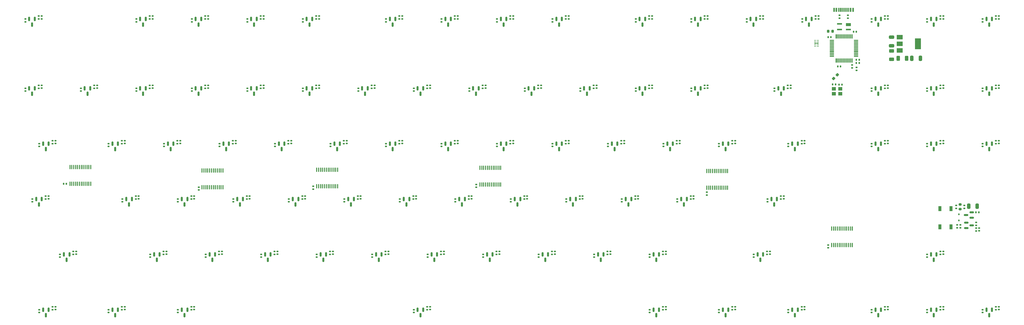
<source format=gbr>
%TF.GenerationSoftware,KiCad,Pcbnew,7.0.6*%
%TF.CreationDate,2024-01-08T21:04:37+01:00*%
%TF.ProjectId,KBD8X-MKII-HE,4b424438-582d-44d4-9b49-492d48452e6b,rev?*%
%TF.SameCoordinates,Original*%
%TF.FileFunction,Paste,Bot*%
%TF.FilePolarity,Positive*%
%FSLAX46Y46*%
G04 Gerber Fmt 4.6, Leading zero omitted, Abs format (unit mm)*
G04 Created by KiCad (PCBNEW 7.0.6) date 2024-01-08 21:04:37*
%MOMM*%
%LPD*%
G01*
G04 APERTURE LIST*
G04 Aperture macros list*
%AMRoundRect*
0 Rectangle with rounded corners*
0 $1 Rounding radius*
0 $2 $3 $4 $5 $6 $7 $8 $9 X,Y pos of 4 corners*
0 Add a 4 corners polygon primitive as box body*
4,1,4,$2,$3,$4,$5,$6,$7,$8,$9,$2,$3,0*
0 Add four circle primitives for the rounded corners*
1,1,$1+$1,$2,$3*
1,1,$1+$1,$4,$5*
1,1,$1+$1,$6,$7*
1,1,$1+$1,$8,$9*
0 Add four rect primitives between the rounded corners*
20,1,$1+$1,$2,$3,$4,$5,0*
20,1,$1+$1,$4,$5,$6,$7,0*
20,1,$1+$1,$6,$7,$8,$9,0*
20,1,$1+$1,$8,$9,$2,$3,0*%
G04 Aperture macros list end*
%ADD10R,1.700000X1.000000*%
%ADD11R,1.700000X0.600000*%
%ADD12RoundRect,0.150000X-0.150000X0.587500X-0.150000X-0.587500X0.150000X-0.587500X0.150000X0.587500X0*%
%ADD13RoundRect,0.135000X-0.185000X0.135000X-0.185000X-0.135000X0.185000X-0.135000X0.185000X0.135000X0*%
%ADD14RoundRect,0.140000X-0.170000X0.140000X-0.170000X-0.140000X0.170000X-0.140000X0.170000X0.140000X0*%
%ADD15RoundRect,0.140000X0.140000X0.170000X-0.140000X0.170000X-0.140000X-0.170000X0.140000X-0.170000X0*%
%ADD16RoundRect,0.250000X-0.325000X-0.650000X0.325000X-0.650000X0.325000X0.650000X-0.325000X0.650000X0*%
%ADD17RoundRect,0.140000X0.170000X-0.140000X0.170000X0.140000X-0.170000X0.140000X-0.170000X-0.140000X0*%
%ADD18RoundRect,0.140000X-0.140000X-0.170000X0.140000X-0.170000X0.140000X0.170000X-0.140000X0.170000X0*%
%ADD19RoundRect,0.150000X-0.587500X-0.150000X0.587500X-0.150000X0.587500X0.150000X-0.587500X0.150000X0*%
%ADD20RoundRect,0.135000X0.185000X-0.135000X0.185000X0.135000X-0.185000X0.135000X-0.185000X-0.135000X0*%
%ADD21R,0.675000X0.200000*%
%ADD22R,0.775000X0.400000*%
%ADD23R,2.000000X1.500000*%
%ADD24R,2.000000X3.800000*%
%ADD25R,1.000000X1.700000*%
%ADD26RoundRect,0.100000X-0.100000X0.637500X-0.100000X-0.637500X0.100000X-0.637500X0.100000X0.637500X0*%
%ADD27RoundRect,0.250000X0.325000X0.650000X-0.325000X0.650000X-0.325000X-0.650000X0.325000X-0.650000X0*%
%ADD28R,1.400000X1.200000*%
%ADD29RoundRect,0.075000X0.075000X-0.662500X0.075000X0.662500X-0.075000X0.662500X-0.075000X-0.662500X0*%
%ADD30RoundRect,0.075000X0.662500X-0.075000X0.662500X0.075000X-0.662500X0.075000X-0.662500X-0.075000X0*%
%ADD31RoundRect,0.237500X0.008839X0.344715X-0.344715X-0.008839X-0.008839X-0.344715X0.344715X0.008839X0*%
%ADD32RoundRect,0.135000X-0.135000X-0.185000X0.135000X-0.185000X0.135000X0.185000X-0.135000X0.185000X0*%
%ADD33R,0.600000X1.450000*%
%ADD34R,0.300000X1.450000*%
%ADD35RoundRect,0.150000X0.587500X0.150000X-0.587500X0.150000X-0.587500X-0.150000X0.587500X-0.150000X0*%
%ADD36RoundRect,0.112500X-0.112500X0.187500X-0.112500X-0.187500X0.112500X-0.187500X0.112500X0.187500X0*%
%ADD37RoundRect,0.200000X0.275000X-0.200000X0.275000X0.200000X-0.275000X0.200000X-0.275000X-0.200000X0*%
%ADD38RoundRect,0.250000X-0.650000X0.325000X-0.650000X-0.325000X0.650000X-0.325000X0.650000X0.325000X0*%
%ADD39RoundRect,0.250000X-0.625000X0.312500X-0.625000X-0.312500X0.625000X-0.312500X0.625000X0.312500X0*%
%ADD40RoundRect,0.250000X0.312500X0.625000X-0.312500X0.625000X-0.312500X-0.625000X0.312500X-0.625000X0*%
%ADD41RoundRect,0.225000X0.225000X0.250000X-0.225000X0.250000X-0.225000X-0.250000X0.225000X-0.250000X0*%
G04 APERTURE END LIST*
D10*
%TO.C,U9*%
X332320000Y-77970000D03*
D11*
X332320000Y-79670000D03*
X329320000Y-79670000D03*
X329320000Y-77770000D03*
%TD*%
D12*
%TO.C,HALL34*%
X55892500Y-118945000D03*
X56842500Y-120820000D03*
X57792500Y-118945000D03*
%TD*%
D13*
%TO.C,R87*%
X363942500Y-175075000D03*
X363942500Y-176095000D03*
%TD*%
D14*
%TO.C,C104*%
X236355000Y-117925000D03*
X236355000Y-118885000D03*
%TD*%
D12*
%TO.C,HALL13*%
X317830000Y-76082500D03*
X318780000Y-77957500D03*
X319730000Y-76082500D03*
%TD*%
%TO.C,HALL17*%
X51130000Y-99895000D03*
X52080000Y-101770000D03*
X53030000Y-99895000D03*
%TD*%
D15*
%TO.C,C11*%
X335070000Y-80470000D03*
X334110000Y-80470000D03*
%TD*%
D16*
%TO.C,C191*%
X373635000Y-140462000D03*
X376585000Y-140462000D03*
%TD*%
D13*
%TO.C,R15*%
X321080000Y-75062500D03*
X321080000Y-76082500D03*
%TD*%
D14*
%TO.C,C182*%
X293505000Y-175075000D03*
X293505000Y-176035000D03*
%TD*%
D13*
%TO.C,R27*%
X206780000Y-98875000D03*
X206780000Y-99895000D03*
%TD*%
D14*
%TO.C,C108*%
X274455000Y-117925000D03*
X274455000Y-118885000D03*
%TD*%
D12*
%TO.C,HALL55*%
X141617500Y-137995000D03*
X142567500Y-139870000D03*
X143517500Y-137995000D03*
%TD*%
%TO.C,HALL32*%
X360692500Y-99895000D03*
X361642500Y-101770000D03*
X362592500Y-99895000D03*
%TD*%
D17*
%TO.C,C185*%
X340292500Y-177055000D03*
X340292500Y-176095000D03*
%TD*%
D14*
%TO.C,C66*%
X188730000Y-98875000D03*
X188730000Y-99835000D03*
%TD*%
D17*
%TO.C,C103*%
X230755000Y-119905000D03*
X230755000Y-118945000D03*
%TD*%
D13*
%TO.C,R8*%
X178205000Y-75062500D03*
X178205000Y-76082500D03*
%TD*%
D17*
%TO.C,C83*%
X378392500Y-100855000D03*
X378392500Y-99895000D03*
%TD*%
D12*
%TO.C,HALL77*%
X55892500Y-176095000D03*
X56842500Y-177970000D03*
X57792500Y-176095000D03*
%TD*%
D17*
%TO.C,C111*%
X311717500Y-119905000D03*
X311717500Y-118945000D03*
%TD*%
D18*
%TO.C,C7*%
X335100000Y-91170000D03*
X336060000Y-91170000D03*
%TD*%
D13*
%TO.C,R60*%
X202017500Y-136975000D03*
X202017500Y-137995000D03*
%TD*%
D14*
%TO.C,C122*%
X88717500Y-136975000D03*
X88717500Y-137935000D03*
%TD*%
D13*
%TO.C,R66*%
X66286250Y-156025000D03*
X66286250Y-157045000D03*
%TD*%
D12*
%TO.C,HALL4*%
X127330000Y-76082500D03*
X128280000Y-77957500D03*
X129230000Y-76082500D03*
%TD*%
D17*
%TO.C,C143*%
X304573750Y-138955000D03*
X304573750Y-137995000D03*
%TD*%
D14*
%TO.C,C64*%
X169680000Y-98875000D03*
X169680000Y-99835000D03*
%TD*%
D13*
%TO.C,R38*%
X102005000Y-117925000D03*
X102005000Y-118945000D03*
%TD*%
D14*
%TO.C,C166*%
X269692500Y-156025000D03*
X269692500Y-156985000D03*
%TD*%
D13*
%TO.C,R48*%
X292505000Y-117925000D03*
X292505000Y-118945000D03*
%TD*%
D17*
%TO.C,C121*%
X83117500Y-138955000D03*
X83117500Y-137995000D03*
%TD*%
D14*
%TO.C,C176*%
X107767500Y-175075000D03*
X107767500Y-176035000D03*
%TD*%
D17*
%TO.C,C45*%
X340292500Y-77042500D03*
X340292500Y-76082500D03*
%TD*%
D12*
%TO.C,HALL59*%
X217817500Y-137995000D03*
X218767500Y-139870000D03*
X219717500Y-137995000D03*
%TD*%
D17*
%TO.C,C169*%
X359342500Y-158005000D03*
X359342500Y-157045000D03*
%TD*%
%TO.C,C91*%
X116455000Y-119905000D03*
X116455000Y-118945000D03*
%TD*%
D14*
%TO.C,C114*%
X345892500Y-117925000D03*
X345892500Y-118885000D03*
%TD*%
D17*
%TO.C,C157*%
X187892500Y-158005000D03*
X187892500Y-157045000D03*
%TD*%
D12*
%TO.C,HALL86*%
X379742500Y-176095000D03*
X380692500Y-177970000D03*
X381642500Y-176095000D03*
%TD*%
%TO.C,HALL8*%
X213055000Y-76082500D03*
X214005000Y-77957500D03*
X214955000Y-76082500D03*
%TD*%
D17*
%TO.C,C89*%
X97405000Y-119905000D03*
X97405000Y-118945000D03*
%TD*%
D14*
%TO.C,C96*%
X160155000Y-117925000D03*
X160155000Y-118885000D03*
%TD*%
D13*
%TO.C,R9*%
X197255000Y-75062500D03*
X197255000Y-76082500D03*
%TD*%
D17*
%TO.C,C129*%
X159317500Y-138955000D03*
X159317500Y-137995000D03*
%TD*%
D13*
%TO.C,R46*%
X254405000Y-117925000D03*
X254405000Y-118945000D03*
%TD*%
D14*
%TO.C,C86*%
X60142500Y-117925000D03*
X60142500Y-118885000D03*
%TD*%
D13*
%TO.C,R20*%
X73430000Y-98875000D03*
X73430000Y-99895000D03*
%TD*%
D12*
%TO.C,HALL64*%
X63036250Y-157045000D03*
X63986250Y-158920000D03*
X64936250Y-157045000D03*
%TD*%
D17*
%TO.C,C41*%
X297430000Y-77042500D03*
X297430000Y-76082500D03*
%TD*%
D14*
%TO.C,C34*%
X217305000Y-75062500D03*
X217305000Y-76022500D03*
%TD*%
D12*
%TO.C,HALL35*%
X79705000Y-118945000D03*
X80655000Y-120820000D03*
X81605000Y-118945000D03*
%TD*%
D14*
%TO.C,C17*%
X109370000Y-133950000D03*
X109370000Y-134910000D03*
%TD*%
D12*
%TO.C,HALL42*%
X213055000Y-118945000D03*
X214005000Y-120820000D03*
X214955000Y-118945000D03*
%TD*%
%TO.C,HALL21*%
X127330000Y-99895000D03*
X128280000Y-101770000D03*
X129230000Y-99895000D03*
%TD*%
D14*
%TO.C,C130*%
X164917500Y-136975000D03*
X164917500Y-137935000D03*
%TD*%
D12*
%TO.C,HALL3*%
X108280000Y-76082500D03*
X109230000Y-77957500D03*
X110180000Y-76082500D03*
%TD*%
D13*
%TO.C,R39*%
X121055000Y-117925000D03*
X121055000Y-118945000D03*
%TD*%
D14*
%TO.C,C124*%
X107767500Y-136975000D03*
X107767500Y-137935000D03*
%TD*%
D13*
%TO.C,R17*%
X363942500Y-75062500D03*
X363942500Y-76082500D03*
%TD*%
D14*
%TO.C,C58*%
X112530000Y-98875000D03*
X112530000Y-99835000D03*
%TD*%
D19*
%TO.C,Q2*%
X372802500Y-148016000D03*
X372802500Y-146116000D03*
X374677500Y-147066000D03*
%TD*%
D12*
%TO.C,HALL20*%
X108280000Y-99895000D03*
X109230000Y-101770000D03*
X110180000Y-99895000D03*
%TD*%
D17*
%TO.C,C147*%
X92642500Y-158005000D03*
X92642500Y-157045000D03*
%TD*%
%TO.C,C155*%
X168842500Y-158005000D03*
X168842500Y-157045000D03*
%TD*%
%TO.C,C73*%
X259330000Y-100855000D03*
X259330000Y-99895000D03*
%TD*%
D20*
%TO.C,R2*%
X332210000Y-75800000D03*
X332210000Y-74780000D03*
%TD*%
D17*
%TO.C,C131*%
X178367500Y-138955000D03*
X178367500Y-137995000D03*
%TD*%
D13*
%TO.C,R34*%
X363942500Y-98875000D03*
X363942500Y-99895000D03*
%TD*%
D17*
%TO.C,C105*%
X249805000Y-119905000D03*
X249805000Y-118945000D03*
%TD*%
D14*
%TO.C,C102*%
X217305000Y-117925000D03*
X217305000Y-118885000D03*
%TD*%
D12*
%TO.C,HALL2*%
X89230000Y-76082500D03*
X90180000Y-77957500D03*
X91130000Y-76082500D03*
%TD*%
D13*
%TO.C,R45*%
X235355000Y-117925000D03*
X235355000Y-118945000D03*
%TD*%
D14*
%TO.C,C24*%
X112530000Y-75062500D03*
X112530000Y-76022500D03*
%TD*%
D13*
%TO.C,R36*%
X59142500Y-117925000D03*
X59142500Y-118945000D03*
%TD*%
D14*
%TO.C,C164*%
X250642500Y-156025000D03*
X250642500Y-156985000D03*
%TD*%
D12*
%TO.C,HALL38*%
X136855000Y-118945000D03*
X137805000Y-120820000D03*
X138755000Y-118945000D03*
%TD*%
%TO.C,HALL83*%
X313067500Y-176095000D03*
X314017500Y-177970000D03*
X314967500Y-176095000D03*
%TD*%
D21*
%TO.C,U1*%
X320950000Y-85440000D03*
X320950000Y-84940000D03*
D22*
X321000000Y-84440000D03*
D21*
X320950000Y-83940000D03*
X320950000Y-83440000D03*
X321825000Y-83440000D03*
X321825000Y-83940000D03*
D22*
X321775000Y-84440000D03*
D21*
X321825000Y-84940000D03*
X321825000Y-85440000D03*
%TD*%
D12*
%TO.C,HALL65*%
X93992500Y-157045000D03*
X94942500Y-158920000D03*
X95892500Y-157045000D03*
%TD*%
D13*
%TO.C,R72*%
X192492500Y-156025000D03*
X192492500Y-157045000D03*
%TD*%
D23*
%TO.C,U10*%
X349943750Y-86875000D03*
X349943750Y-84575000D03*
D24*
X356243750Y-84575000D03*
D23*
X349943750Y-82275000D03*
%TD*%
D13*
%TO.C,R49*%
X316317500Y-117925000D03*
X316317500Y-118945000D03*
%TD*%
D12*
%TO.C,HALL85*%
X360692500Y-176095000D03*
X361642500Y-177970000D03*
X362592500Y-176095000D03*
%TD*%
D20*
%TO.C,R1*%
X329320000Y-75800000D03*
X329320000Y-74780000D03*
%TD*%
D13*
%TO.C,R61*%
X221067500Y-136975000D03*
X221067500Y-137995000D03*
%TD*%
D12*
%TO.C,HALL40*%
X174955000Y-118945000D03*
X175905000Y-120820000D03*
X176855000Y-118945000D03*
%TD*%
D17*
%TO.C,C153*%
X149792500Y-158005000D03*
X149792500Y-157045000D03*
%TD*%
D12*
%TO.C,HALL47*%
X313067500Y-118945000D03*
X314017500Y-120820000D03*
X314967500Y-118945000D03*
%TD*%
%TO.C,HALL7*%
X194005000Y-76082500D03*
X194955000Y-77957500D03*
X195905000Y-76082500D03*
%TD*%
D14*
%TO.C,C78*%
X312555000Y-98875000D03*
X312555000Y-99835000D03*
%TD*%
D17*
%TO.C,C151*%
X130742500Y-158005000D03*
X130742500Y-157045000D03*
%TD*%
%TO.C,C27*%
X145030000Y-77042500D03*
X145030000Y-76082500D03*
%TD*%
D13*
%TO.C,R77*%
X304411250Y-156025000D03*
X304411250Y-157045000D03*
%TD*%
%TO.C,R63*%
X259167500Y-136975000D03*
X259167500Y-137995000D03*
%TD*%
D12*
%TO.C,HALL81*%
X265442500Y-176095000D03*
X266392500Y-177970000D03*
X267342500Y-176095000D03*
%TD*%
D17*
%TO.C,C135*%
X216467500Y-138955000D03*
X216467500Y-137995000D03*
%TD*%
%TO.C,C53*%
X68830000Y-100855000D03*
X68830000Y-99895000D03*
%TD*%
%TO.C,C79*%
X340292500Y-100855000D03*
X340292500Y-99895000D03*
%TD*%
D13*
%TO.C,R50*%
X344892500Y-117925000D03*
X344892500Y-118945000D03*
%TD*%
D25*
%TO.C,SW1*%
X363790000Y-141320000D03*
X363790000Y-147620000D03*
X367590000Y-141320000D03*
X367590000Y-147620000D03*
%TD*%
D13*
%TO.C,R44*%
X216305000Y-117925000D03*
X216305000Y-118945000D03*
%TD*%
D17*
%TO.C,C67*%
X202180000Y-100855000D03*
X202180000Y-99895000D03*
%TD*%
D14*
%TO.C,C92*%
X122055000Y-117925000D03*
X122055000Y-118885000D03*
%TD*%
%TO.C,C80*%
X345892500Y-98875000D03*
X345892500Y-99835000D03*
%TD*%
D12*
%TO.C,HALL79*%
X103517500Y-176095000D03*
X104467500Y-177970000D03*
X105417500Y-176095000D03*
%TD*%
D26*
%TO.C,U4*%
X110480000Y-128225000D03*
X111130000Y-128225000D03*
X111780000Y-128225000D03*
X112430000Y-128225000D03*
X113080000Y-128225000D03*
X113730000Y-128225000D03*
X114380000Y-128225000D03*
X115030000Y-128225000D03*
X115680000Y-128225000D03*
X116330000Y-128225000D03*
X116980000Y-128225000D03*
X117630000Y-128225000D03*
X117630000Y-133950000D03*
X116980000Y-133950000D03*
X116330000Y-133950000D03*
X115680000Y-133950000D03*
X115030000Y-133950000D03*
X114380000Y-133950000D03*
X113730000Y-133950000D03*
X113080000Y-133950000D03*
X112430000Y-133950000D03*
X111780000Y-133950000D03*
X111130000Y-133950000D03*
X110480000Y-133950000D03*
%TD*%
D13*
%TO.C,R69*%
X135342500Y-156025000D03*
X135342500Y-157045000D03*
%TD*%
D14*
%TO.C,C94*%
X141105000Y-117925000D03*
X141105000Y-118885000D03*
%TD*%
D26*
%TO.C,U7*%
X283750000Y-128375000D03*
X284400000Y-128375000D03*
X285050000Y-128375000D03*
X285700000Y-128375000D03*
X286350000Y-128375000D03*
X287000000Y-128375000D03*
X287650000Y-128375000D03*
X288300000Y-128375000D03*
X288950000Y-128375000D03*
X289600000Y-128375000D03*
X290250000Y-128375000D03*
X290900000Y-128375000D03*
X290900000Y-134100000D03*
X290250000Y-134100000D03*
X289600000Y-134100000D03*
X288950000Y-134100000D03*
X288300000Y-134100000D03*
X287650000Y-134100000D03*
X287000000Y-134100000D03*
X286350000Y-134100000D03*
X285700000Y-134100000D03*
X285050000Y-134100000D03*
X284400000Y-134100000D03*
X283750000Y-134100000D03*
%TD*%
D12*
%TO.C,HALL15*%
X360692500Y-76082500D03*
X361642500Y-77957500D03*
X362592500Y-76082500D03*
%TD*%
D17*
%TO.C,C179*%
X264092500Y-177055000D03*
X264092500Y-176095000D03*
%TD*%
D13*
%TO.C,R74*%
X230592500Y-156025000D03*
X230592500Y-157045000D03*
%TD*%
D27*
%TO.C,C2*%
X357075000Y-89600000D03*
X354125000Y-89600000D03*
%TD*%
D14*
%TO.C,C60*%
X131580000Y-98875000D03*
X131580000Y-99835000D03*
%TD*%
D12*
%TO.C,HALL25*%
X203530000Y-99895000D03*
X204480000Y-101770000D03*
X205430000Y-99895000D03*
%TD*%
D14*
%TO.C,C26*%
X131580000Y-75062500D03*
X131580000Y-76022500D03*
%TD*%
D12*
%TO.C,HALL58*%
X198767500Y-137995000D03*
X199717500Y-139870000D03*
X200667500Y-137995000D03*
%TD*%
D28*
%TO.C,Y1*%
X329522500Y-101777500D03*
X327322500Y-101777500D03*
X327322500Y-100077500D03*
X329522500Y-100077500D03*
%TD*%
D13*
%TO.C,R23*%
X130580000Y-98875000D03*
X130580000Y-99895000D03*
%TD*%
D17*
%TO.C,C187*%
X359342500Y-177055000D03*
X359342500Y-176095000D03*
%TD*%
D14*
%TO.C,C20*%
X55380000Y-75062500D03*
X55380000Y-76022500D03*
%TD*%
D17*
%TO.C,C109*%
X287905000Y-119905000D03*
X287905000Y-118945000D03*
%TD*%
D14*
%TO.C,C70*%
X226830000Y-98875000D03*
X226830000Y-99835000D03*
%TD*%
D17*
%TO.C,C113*%
X340292500Y-119905000D03*
X340292500Y-118945000D03*
%TD*%
D26*
%TO.C,U5*%
X149850000Y-127925000D03*
X150500000Y-127925000D03*
X151150000Y-127925000D03*
X151800000Y-127925000D03*
X152450000Y-127925000D03*
X153100000Y-127925000D03*
X153750000Y-127925000D03*
X154400000Y-127925000D03*
X155050000Y-127925000D03*
X155700000Y-127925000D03*
X156350000Y-127925000D03*
X157000000Y-127925000D03*
X157000000Y-133650000D03*
X156350000Y-133650000D03*
X155700000Y-133650000D03*
X155050000Y-133650000D03*
X154400000Y-133650000D03*
X153750000Y-133650000D03*
X153100000Y-133650000D03*
X152450000Y-133650000D03*
X151800000Y-133650000D03*
X151150000Y-133650000D03*
X150500000Y-133650000D03*
X149850000Y-133650000D03*
%TD*%
D17*
%TO.C,C101*%
X211705000Y-119905000D03*
X211705000Y-118945000D03*
%TD*%
D18*
%TO.C,C8*%
X335100000Y-90070000D03*
X336060000Y-90070000D03*
%TD*%
D13*
%TO.C,R13*%
X282980000Y-75062500D03*
X282980000Y-76082500D03*
%TD*%
%TO.C,R67*%
X97242500Y-156025000D03*
X97242500Y-157045000D03*
%TD*%
D17*
%TO.C,C97*%
X173605000Y-119905000D03*
X173605000Y-118945000D03*
%TD*%
D14*
%TO.C,C82*%
X364942500Y-98875000D03*
X364942500Y-99835000D03*
%TD*%
D13*
%TO.C,R64*%
X278217500Y-136975000D03*
X278217500Y-137995000D03*
%TD*%
D14*
%TO.C,C144*%
X310173750Y-136975000D03*
X310173750Y-137935000D03*
%TD*%
D12*
%TO.C,HALL84*%
X341642500Y-176095000D03*
X342592500Y-177970000D03*
X343542500Y-176095000D03*
%TD*%
D17*
%TO.C,C31*%
X192655000Y-77042500D03*
X192655000Y-76082500D03*
%TD*%
D13*
%TO.C,R14*%
X302030000Y-75062500D03*
X302030000Y-76082500D03*
%TD*%
D14*
%TO.C,C14*%
X204590000Y-133000000D03*
X204590000Y-133960000D03*
%TD*%
D17*
%TO.C,C139*%
X254567500Y-138955000D03*
X254567500Y-137995000D03*
%TD*%
D14*
%TO.C,C118*%
X383992500Y-117925000D03*
X383992500Y-118885000D03*
%TD*%
%TO.C,C30*%
X179205000Y-75062500D03*
X179205000Y-76022500D03*
%TD*%
%TO.C,C36*%
X236355000Y-75062500D03*
X236355000Y-76022500D03*
%TD*%
%TO.C,C52*%
X55380000Y-98875000D03*
X55380000Y-99835000D03*
%TD*%
%TO.C,C162*%
X231592500Y-156025000D03*
X231592500Y-156985000D03*
%TD*%
D13*
%TO.C,R90*%
X369350000Y-140230000D03*
X369350000Y-141250000D03*
%TD*%
%TO.C,R81*%
X106767500Y-175075000D03*
X106767500Y-176095000D03*
%TD*%
D17*
%TO.C,C173*%
X78355000Y-177055000D03*
X78355000Y-176095000D03*
%TD*%
D12*
%TO.C,HALL71*%
X208292500Y-157045000D03*
X209242500Y-158920000D03*
X210192500Y-157045000D03*
%TD*%
D26*
%TO.C,U8*%
X326580000Y-148142500D03*
X327230000Y-148142500D03*
X327880000Y-148142500D03*
X328530000Y-148142500D03*
X329180000Y-148142500D03*
X329830000Y-148142500D03*
X330480000Y-148142500D03*
X331130000Y-148142500D03*
X331780000Y-148142500D03*
X332430000Y-148142500D03*
X333080000Y-148142500D03*
X333730000Y-148142500D03*
X333730000Y-153867500D03*
X333080000Y-153867500D03*
X332430000Y-153867500D03*
X331780000Y-153867500D03*
X331130000Y-153867500D03*
X330480000Y-153867500D03*
X329830000Y-153867500D03*
X329180000Y-153867500D03*
X328530000Y-153867500D03*
X327880000Y-153867500D03*
X327230000Y-153867500D03*
X326580000Y-153867500D03*
%TD*%
D13*
%TO.C,R10*%
X216305000Y-75062500D03*
X216305000Y-76082500D03*
%TD*%
%TO.C,R41*%
X159155000Y-117925000D03*
X159155000Y-118945000D03*
%TD*%
D12*
%TO.C,HALL80*%
X184480000Y-176095000D03*
X185430000Y-177970000D03*
X186380000Y-176095000D03*
%TD*%
%TO.C,HALL14*%
X341642500Y-76082500D03*
X342592500Y-77957500D03*
X343542500Y-76082500D03*
%TD*%
D14*
%TO.C,C76*%
X283980000Y-98875000D03*
X283980000Y-99835000D03*
%TD*%
D12*
%TO.C,HALL43*%
X232105000Y-118945000D03*
X233055000Y-120820000D03*
X234005000Y-118945000D03*
%TD*%
D13*
%TO.C,R94*%
X376210000Y-147990000D03*
X376210000Y-149010000D03*
%TD*%
D14*
%TO.C,C170*%
X364942500Y-156025000D03*
X364942500Y-156985000D03*
%TD*%
D13*
%TO.C,R51*%
X363942500Y-117925000D03*
X363942500Y-118945000D03*
%TD*%
D17*
%TO.C,C33*%
X211705000Y-77042500D03*
X211705000Y-76082500D03*
%TD*%
D12*
%TO.C,HALL30*%
X308305000Y-99895000D03*
X309255000Y-101770000D03*
X310205000Y-99895000D03*
%TD*%
D17*
%TO.C,C69*%
X221230000Y-100855000D03*
X221230000Y-99895000D03*
%TD*%
D29*
%TO.C,U2*%
X333580000Y-90345000D03*
X333080000Y-90345000D03*
X332580000Y-90345000D03*
X332080000Y-90345000D03*
X331580000Y-90345000D03*
X331080000Y-90345000D03*
X330580000Y-90345000D03*
X330080000Y-90345000D03*
X329580000Y-90345000D03*
X329080000Y-90345000D03*
X328580000Y-90345000D03*
X328080000Y-90345000D03*
D30*
X326667500Y-88932500D03*
X326667500Y-88432500D03*
X326667500Y-87932500D03*
X326667500Y-87432500D03*
X326667500Y-86932500D03*
X326667500Y-86432500D03*
X326667500Y-85932500D03*
X326667500Y-85432500D03*
X326667500Y-84932500D03*
X326667500Y-84432500D03*
X326667500Y-83932500D03*
X326667500Y-83432500D03*
D29*
X328080000Y-82020000D03*
X328580000Y-82020000D03*
X329080000Y-82020000D03*
X329580000Y-82020000D03*
X330080000Y-82020000D03*
X330580000Y-82020000D03*
X331080000Y-82020000D03*
X331580000Y-82020000D03*
X332080000Y-82020000D03*
X332580000Y-82020000D03*
X333080000Y-82020000D03*
X333580000Y-82020000D03*
D30*
X334992500Y-83432500D03*
X334992500Y-83932500D03*
X334992500Y-84432500D03*
X334992500Y-84932500D03*
X334992500Y-85432500D03*
X334992500Y-85932500D03*
X334992500Y-86432500D03*
X334992500Y-86932500D03*
X334992500Y-87432500D03*
X334992500Y-87932500D03*
X334992500Y-88432500D03*
X334992500Y-88932500D03*
%TD*%
D12*
%TO.C,HALL41*%
X194005000Y-118945000D03*
X194955000Y-120820000D03*
X195905000Y-118945000D03*
%TD*%
D14*
%TO.C,C15*%
X325390000Y-153867500D03*
X325390000Y-154827500D03*
%TD*%
D12*
%TO.C,HALL16*%
X379742500Y-76082500D03*
X380692500Y-77957500D03*
X381642500Y-76082500D03*
%TD*%
D14*
%TO.C,C54*%
X74430000Y-98875000D03*
X74430000Y-99835000D03*
%TD*%
D13*
%TO.C,R32*%
X311555000Y-98875000D03*
X311555000Y-99895000D03*
%TD*%
D14*
%TO.C,C42*%
X303030000Y-75062500D03*
X303030000Y-76022500D03*
%TD*%
D17*
%TO.C,C181*%
X287905000Y-177055000D03*
X287905000Y-176095000D03*
%TD*%
%TO.C,C85*%
X54542500Y-119905000D03*
X54542500Y-118945000D03*
%TD*%
D15*
%TO.C,C4*%
X327927500Y-98602500D03*
X326967500Y-98602500D03*
%TD*%
D17*
%TO.C,C141*%
X273617500Y-138955000D03*
X273617500Y-137995000D03*
%TD*%
D26*
%TO.C,U6*%
X205850000Y-127275000D03*
X206500000Y-127275000D03*
X207150000Y-127275000D03*
X207800000Y-127275000D03*
X208450000Y-127275000D03*
X209100000Y-127275000D03*
X209750000Y-127275000D03*
X210400000Y-127275000D03*
X211050000Y-127275000D03*
X211700000Y-127275000D03*
X212350000Y-127275000D03*
X213000000Y-127275000D03*
X213000000Y-133000000D03*
X212350000Y-133000000D03*
X211700000Y-133000000D03*
X211050000Y-133000000D03*
X210400000Y-133000000D03*
X209750000Y-133000000D03*
X209100000Y-133000000D03*
X208450000Y-133000000D03*
X207800000Y-133000000D03*
X207150000Y-133000000D03*
X206500000Y-133000000D03*
X205850000Y-133000000D03*
%TD*%
D17*
%TO.C,C93*%
X135505000Y-119905000D03*
X135505000Y-118945000D03*
%TD*%
D31*
%TO.C,R105*%
X328542735Y-95282265D03*
X327252265Y-96572735D03*
%TD*%
D13*
%TO.C,R57*%
X144867500Y-136975000D03*
X144867500Y-137995000D03*
%TD*%
D17*
%TO.C,C107*%
X268855000Y-119905000D03*
X268855000Y-118945000D03*
%TD*%
D14*
%TO.C,C100*%
X198255000Y-117925000D03*
X198255000Y-118885000D03*
%TD*%
%TO.C,C110*%
X293505000Y-117925000D03*
X293505000Y-118885000D03*
%TD*%
D32*
%TO.C,R93*%
X376150000Y-142600000D03*
X377170000Y-142600000D03*
%TD*%
D17*
%TO.C,C35*%
X230755000Y-77042500D03*
X230755000Y-76082500D03*
%TD*%
D14*
%TO.C,C116*%
X364942500Y-117925000D03*
X364942500Y-118885000D03*
%TD*%
D17*
%TO.C,C29*%
X173605000Y-77042500D03*
X173605000Y-76082500D03*
%TD*%
%TO.C,C25*%
X125980000Y-77042500D03*
X125980000Y-76082500D03*
%TD*%
D12*
%TO.C,HALL27*%
X241630000Y-99895000D03*
X242580000Y-101770000D03*
X243530000Y-99895000D03*
%TD*%
D14*
%TO.C,C188*%
X364942500Y-175075000D03*
X364942500Y-176035000D03*
%TD*%
%TO.C,C178*%
X188730000Y-175075000D03*
X188730000Y-176035000D03*
%TD*%
D13*
%TO.C,R68*%
X116292500Y-156025000D03*
X116292500Y-157045000D03*
%TD*%
D17*
%TO.C,C87*%
X78355000Y-119905000D03*
X78355000Y-118945000D03*
%TD*%
D13*
%TO.C,R65*%
X309173750Y-136975000D03*
X309173750Y-137995000D03*
%TD*%
D33*
%TO.C,J1*%
X327436742Y-72892386D03*
X328236742Y-72892386D03*
D34*
X329436742Y-72892386D03*
X330436742Y-72892386D03*
X330936742Y-72892386D03*
X331936742Y-72892386D03*
D33*
X333136742Y-72892386D03*
X333936742Y-72892386D03*
X333936742Y-72892386D03*
X333136742Y-72892386D03*
D34*
X332436742Y-72892386D03*
X331436742Y-72892386D03*
X329936742Y-72892386D03*
X328936742Y-72892386D03*
D33*
X328236742Y-72892386D03*
X327436742Y-72892386D03*
%TD*%
D12*
%TO.C,HALL22*%
X146380000Y-99895000D03*
X147330000Y-101770000D03*
X148280000Y-99895000D03*
%TD*%
D14*
%TO.C,C84*%
X383992500Y-98875000D03*
X383992500Y-99835000D03*
%TD*%
%TO.C,C190*%
X383992500Y-175075000D03*
X383992500Y-176035000D03*
%TD*%
%TO.C,C174*%
X83955000Y-175075000D03*
X83955000Y-176035000D03*
%TD*%
%TO.C,C128*%
X145867500Y-136975000D03*
X145867500Y-137935000D03*
%TD*%
D13*
%TO.C,R25*%
X168680000Y-98875000D03*
X168680000Y-99895000D03*
%TD*%
%TO.C,R43*%
X197255000Y-117925000D03*
X197255000Y-118945000D03*
%TD*%
D14*
%TO.C,C180*%
X269692500Y-175075000D03*
X269692500Y-176035000D03*
%TD*%
D12*
%TO.C,HALL75*%
X301161250Y-157045000D03*
X302111250Y-158920000D03*
X303061250Y-157045000D03*
%TD*%
%TO.C,HALL67*%
X132092500Y-157045000D03*
X133042500Y-158920000D03*
X133992500Y-157045000D03*
%TD*%
%TO.C,HALL72*%
X227342500Y-157045000D03*
X228292500Y-158920000D03*
X229242500Y-157045000D03*
%TD*%
%TO.C,HALL1*%
X51130000Y-76082500D03*
X52080000Y-77957500D03*
X53030000Y-76082500D03*
%TD*%
D15*
%TO.C,C3*%
X330127500Y-98612500D03*
X329167500Y-98612500D03*
%TD*%
D14*
%TO.C,C48*%
X364942500Y-75062500D03*
X364942500Y-76022500D03*
%TD*%
D12*
%TO.C,HALL76*%
X360692500Y-157045000D03*
X361642500Y-158920000D03*
X362592500Y-157045000D03*
%TD*%
D17*
%TO.C,C177*%
X183130000Y-177055000D03*
X183130000Y-176095000D03*
%TD*%
D12*
%TO.C,HALL10*%
X260680000Y-76082500D03*
X261630000Y-77957500D03*
X262580000Y-76082500D03*
%TD*%
D14*
%TO.C,C44*%
X322080000Y-75062500D03*
X322080000Y-76022500D03*
%TD*%
%TO.C,C112*%
X317317500Y-117925000D03*
X317317500Y-118885000D03*
%TD*%
D12*
%TO.C,HALL31*%
X341642500Y-99895000D03*
X342592500Y-101770000D03*
X343542500Y-99895000D03*
%TD*%
D13*
%TO.C,R35*%
X382992500Y-98875000D03*
X382992500Y-99895000D03*
%TD*%
D14*
%TO.C,C6*%
X335140000Y-92740000D03*
X335140000Y-93700000D03*
%TD*%
D12*
%TO.C,HALL50*%
X379742500Y-118945000D03*
X380692500Y-120820000D03*
X381642500Y-118945000D03*
%TD*%
D14*
%TO.C,C138*%
X241117500Y-136975000D03*
X241117500Y-137935000D03*
%TD*%
%TO.C,C68*%
X207780000Y-98875000D03*
X207780000Y-99835000D03*
%TD*%
D20*
%TO.C,R96*%
X370800000Y-147910000D03*
X370800000Y-146890000D03*
%TD*%
D12*
%TO.C,HALL57*%
X179717500Y-137995000D03*
X180667500Y-139870000D03*
X181617500Y-137995000D03*
%TD*%
%TO.C,HALL48*%
X341642500Y-118945000D03*
X342592500Y-120820000D03*
X343542500Y-118945000D03*
%TD*%
D13*
%TO.C,R70*%
X154392500Y-156025000D03*
X154392500Y-157045000D03*
%TD*%
D14*
%TO.C,C142*%
X279217500Y-136975000D03*
X279217500Y-137935000D03*
%TD*%
D12*
%TO.C,HALL26*%
X222580000Y-99895000D03*
X223530000Y-101770000D03*
X224480000Y-99895000D03*
%TD*%
%TO.C,HALL23*%
X165430000Y-99895000D03*
X166380000Y-101770000D03*
X167330000Y-99895000D03*
%TD*%
D14*
%TO.C,C40*%
X283980000Y-75062500D03*
X283980000Y-76022500D03*
%TD*%
%TO.C,C13*%
X148610000Y-133650000D03*
X148610000Y-134610000D03*
%TD*%
D17*
%TO.C,C65*%
X183130000Y-100855000D03*
X183130000Y-99895000D03*
%TD*%
D35*
%TO.C,Q1*%
X374654500Y-142599000D03*
X374654500Y-144499000D03*
X372779500Y-143549000D03*
%TD*%
D14*
%TO.C,C46*%
X345892500Y-75062500D03*
X345892500Y-76022500D03*
%TD*%
D13*
%TO.C,R6*%
X130580000Y-75062500D03*
X130580000Y-76082500D03*
%TD*%
%TO.C,R54*%
X87717500Y-136975000D03*
X87717500Y-137995000D03*
%TD*%
D17*
%TO.C,C115*%
X359342500Y-119905000D03*
X359342500Y-118945000D03*
%TD*%
D14*
%TO.C,C154*%
X155392500Y-156025000D03*
X155392500Y-156985000D03*
%TD*%
D12*
%TO.C,HALL45*%
X270205000Y-118945000D03*
X271155000Y-120820000D03*
X272105000Y-118945000D03*
%TD*%
%TO.C,HALL74*%
X265442500Y-157045000D03*
X266392500Y-158920000D03*
X267342500Y-157045000D03*
%TD*%
%TO.C,HALL82*%
X289255000Y-176095000D03*
X290205000Y-177970000D03*
X291155000Y-176095000D03*
%TD*%
D13*
%TO.C,R62*%
X240117500Y-136975000D03*
X240117500Y-137995000D03*
%TD*%
D17*
%TO.C,C117*%
X378392500Y-119905000D03*
X378392500Y-118945000D03*
%TD*%
%TO.C,C57*%
X106930000Y-100855000D03*
X106930000Y-99895000D03*
%TD*%
%TO.C,C149*%
X111692500Y-158005000D03*
X111692500Y-157045000D03*
%TD*%
D20*
%TO.C,R92*%
X376210000Y-147060000D03*
X376210000Y-146040000D03*
%TD*%
D15*
%TO.C,C18*%
X63905000Y-132785000D03*
X62945000Y-132785000D03*
%TD*%
D12*
%TO.C,HALL6*%
X174955000Y-76082500D03*
X175905000Y-77957500D03*
X176855000Y-76082500D03*
%TD*%
D14*
%TO.C,C22*%
X93480000Y-75062500D03*
X93480000Y-76022500D03*
%TD*%
%TO.C,C184*%
X317317500Y-175075000D03*
X317317500Y-176035000D03*
%TD*%
D13*
%TO.C,R24*%
X149630000Y-98875000D03*
X149630000Y-99895000D03*
%TD*%
D36*
%TO.C,D1*%
X370250000Y-143300000D03*
X370250000Y-145400000D03*
%TD*%
D17*
%TO.C,C127*%
X140267500Y-138955000D03*
X140267500Y-137995000D03*
%TD*%
D13*
%TO.C,R88*%
X382992500Y-175075000D03*
X382992500Y-176095000D03*
%TD*%
D14*
%TO.C,C150*%
X117292500Y-156025000D03*
X117292500Y-156985000D03*
%TD*%
D13*
%TO.C,R75*%
X249642500Y-156025000D03*
X249642500Y-157045000D03*
%TD*%
%TO.C,R59*%
X182967500Y-136975000D03*
X182967500Y-137995000D03*
%TD*%
%TO.C,R37*%
X82955000Y-117925000D03*
X82955000Y-118945000D03*
%TD*%
%TO.C,R53*%
X56761250Y-136975000D03*
X56761250Y-137995000D03*
%TD*%
%TO.C,R52*%
X382992500Y-117925000D03*
X382992500Y-118945000D03*
%TD*%
%TO.C,R95*%
X369700000Y-146890000D03*
X369700000Y-147910000D03*
%TD*%
D15*
%TO.C,C9*%
X326330000Y-82300000D03*
X325370000Y-82300000D03*
%TD*%
D12*
%TO.C,HALL12*%
X298780000Y-76082500D03*
X299730000Y-77957500D03*
X300680000Y-76082500D03*
%TD*%
D13*
%TO.C,R33*%
X344892500Y-98875000D03*
X344892500Y-99895000D03*
%TD*%
D14*
%TO.C,C148*%
X98242500Y-156025000D03*
X98242500Y-156985000D03*
%TD*%
D17*
%TO.C,C192*%
X377260000Y-148980000D03*
X377260000Y-148020000D03*
%TD*%
D13*
%TO.C,R30*%
X263930000Y-98875000D03*
X263930000Y-99895000D03*
%TD*%
%TO.C,R4*%
X92480000Y-75062500D03*
X92480000Y-76082500D03*
%TD*%
D12*
%TO.C,HALL46*%
X289255000Y-118945000D03*
X290205000Y-120820000D03*
X291155000Y-118945000D03*
%TD*%
D37*
%TO.C,R89*%
X370700000Y-141525000D03*
X370700000Y-139875000D03*
%TD*%
D14*
%TO.C,C132*%
X183967500Y-136975000D03*
X183967500Y-137935000D03*
%TD*%
%TO.C,C172*%
X60142500Y-175075000D03*
X60142500Y-176035000D03*
%TD*%
D13*
%TO.C,R19*%
X54380000Y-98875000D03*
X54380000Y-99895000D03*
%TD*%
D12*
%TO.C,HALL73*%
X246392500Y-157045000D03*
X247342500Y-158920000D03*
X248292500Y-157045000D03*
%TD*%
D14*
%TO.C,C136*%
X222067500Y-136975000D03*
X222067500Y-137935000D03*
%TD*%
D13*
%TO.C,R26*%
X187730000Y-98875000D03*
X187730000Y-99895000D03*
%TD*%
%TO.C,R84*%
X292505000Y-175075000D03*
X292505000Y-176095000D03*
%TD*%
D17*
%TO.C,C183*%
X311717500Y-177055000D03*
X311717500Y-176095000D03*
%TD*%
%TO.C,C55*%
X87880000Y-100855000D03*
X87880000Y-99895000D03*
%TD*%
D13*
%TO.C,R83*%
X268692500Y-175075000D03*
X268692500Y-176095000D03*
%TD*%
%TO.C,R71*%
X173442500Y-156025000D03*
X173442500Y-157045000D03*
%TD*%
D17*
%TO.C,C123*%
X102167500Y-138955000D03*
X102167500Y-137995000D03*
%TD*%
D12*
%TO.C,HALL78*%
X79705000Y-176095000D03*
X80655000Y-177970000D03*
X81605000Y-176095000D03*
%TD*%
%TO.C,HALL33*%
X379742500Y-99895000D03*
X380692500Y-101770000D03*
X381642500Y-99895000D03*
%TD*%
%TO.C,HALL11*%
X279730000Y-76082500D03*
X280680000Y-77957500D03*
X281630000Y-76082500D03*
%TD*%
D13*
%TO.C,R16*%
X344892500Y-75062500D03*
X344892500Y-76082500D03*
%TD*%
%TO.C,R85*%
X316317500Y-175075000D03*
X316317500Y-176095000D03*
%TD*%
D12*
%TO.C,HALL39*%
X155905000Y-118945000D03*
X156855000Y-120820000D03*
X157805000Y-118945000D03*
%TD*%
D14*
%TO.C,C50*%
X383992500Y-75062500D03*
X383992500Y-76022500D03*
%TD*%
D38*
%TO.C,C1*%
X347200000Y-82325000D03*
X347200000Y-85275000D03*
%TD*%
D17*
%TO.C,C137*%
X235517500Y-138955000D03*
X235517500Y-137995000D03*
%TD*%
D12*
%TO.C,HALL36*%
X98755000Y-118945000D03*
X99705000Y-120820000D03*
X100655000Y-118945000D03*
%TD*%
D14*
%TO.C,C160*%
X212542500Y-156025000D03*
X212542500Y-156985000D03*
%TD*%
D12*
%TO.C,HALL18*%
X70180000Y-99895000D03*
X71130000Y-101770000D03*
X72080000Y-99895000D03*
%TD*%
D14*
%TO.C,C62*%
X150630000Y-98875000D03*
X150630000Y-99835000D03*
%TD*%
D12*
%TO.C,HALL5*%
X146380000Y-76082500D03*
X147330000Y-77957500D03*
X148280000Y-76082500D03*
%TD*%
D17*
%TO.C,C159*%
X206942500Y-158005000D03*
X206942500Y-157045000D03*
%TD*%
D12*
%TO.C,HALL54*%
X122567500Y-137995000D03*
X123517500Y-139870000D03*
X124467500Y-137995000D03*
%TD*%
%TO.C,HALL52*%
X84467500Y-137995000D03*
X85417500Y-139870000D03*
X86367500Y-137995000D03*
%TD*%
%TO.C,HALL61*%
X255917500Y-137995000D03*
X256867500Y-139870000D03*
X257817500Y-137995000D03*
%TD*%
D13*
%TO.C,R29*%
X244880000Y-98875000D03*
X244880000Y-99895000D03*
%TD*%
D17*
%TO.C,C175*%
X102167500Y-177055000D03*
X102167500Y-176095000D03*
%TD*%
D13*
%TO.C,R73*%
X211542500Y-156025000D03*
X211542500Y-157045000D03*
%TD*%
D14*
%TO.C,C98*%
X179205000Y-117925000D03*
X179205000Y-118885000D03*
%TD*%
D12*
%TO.C,HALL62*%
X274967500Y-137995000D03*
X275917500Y-139870000D03*
X276867500Y-137995000D03*
%TD*%
D13*
%TO.C,R22*%
X111530000Y-98875000D03*
X111530000Y-99895000D03*
%TD*%
%TO.C,R86*%
X344892500Y-175075000D03*
X344892500Y-176095000D03*
%TD*%
D14*
%TO.C,C140*%
X260167500Y-136975000D03*
X260167500Y-137935000D03*
%TD*%
D13*
%TO.C,R5*%
X111530000Y-75062500D03*
X111530000Y-76082500D03*
%TD*%
D17*
%TO.C,C145*%
X61686250Y-158005000D03*
X61686250Y-157045000D03*
%TD*%
D14*
%TO.C,C168*%
X305411250Y-156025000D03*
X305411250Y-156985000D03*
%TD*%
D17*
%TO.C,C63*%
X164080000Y-100855000D03*
X164080000Y-99895000D03*
%TD*%
D12*
%TO.C,HALL68*%
X151142500Y-157045000D03*
X152092500Y-158920000D03*
X153042500Y-157045000D03*
%TD*%
%TO.C,HALL51*%
X53511250Y-137995000D03*
X54461250Y-139870000D03*
X55411250Y-137995000D03*
%TD*%
D13*
%TO.C,R18*%
X382992500Y-75062500D03*
X382992500Y-76082500D03*
%TD*%
D14*
%TO.C,C146*%
X67286250Y-156025000D03*
X67286250Y-156985000D03*
%TD*%
D26*
%TO.C,U3*%
X65105000Y-127037500D03*
X65755000Y-127037500D03*
X66405000Y-127037500D03*
X67055000Y-127037500D03*
X67705000Y-127037500D03*
X68355000Y-127037500D03*
X69005000Y-127037500D03*
X69655000Y-127037500D03*
X70305000Y-127037500D03*
X70955000Y-127037500D03*
X71605000Y-127037500D03*
X72255000Y-127037500D03*
X72255000Y-132762500D03*
X71605000Y-132762500D03*
X70955000Y-132762500D03*
X70305000Y-132762500D03*
X69655000Y-132762500D03*
X69005000Y-132762500D03*
X68355000Y-132762500D03*
X67705000Y-132762500D03*
X67055000Y-132762500D03*
X66405000Y-132762500D03*
X65755000Y-132762500D03*
X65105000Y-132762500D03*
%TD*%
D13*
%TO.C,R40*%
X140105000Y-117925000D03*
X140105000Y-118945000D03*
%TD*%
D17*
%TO.C,C71*%
X240280000Y-100855000D03*
X240280000Y-99895000D03*
%TD*%
%TO.C,C171*%
X54542500Y-177055000D03*
X54542500Y-176095000D03*
%TD*%
D14*
%TO.C,C38*%
X264930000Y-75062500D03*
X264930000Y-76022500D03*
%TD*%
D13*
%TO.C,R28*%
X225830000Y-98875000D03*
X225830000Y-99895000D03*
%TD*%
D17*
%TO.C,C39*%
X278380000Y-77042500D03*
X278380000Y-76082500D03*
%TD*%
D13*
%TO.C,R47*%
X273455000Y-117925000D03*
X273455000Y-118945000D03*
%TD*%
%TO.C,R11*%
X235355000Y-75062500D03*
X235355000Y-76082500D03*
%TD*%
%TO.C,R31*%
X282980000Y-98875000D03*
X282980000Y-99895000D03*
%TD*%
D14*
%TO.C,C5*%
X333580000Y-91900000D03*
X333580000Y-92860000D03*
%TD*%
D39*
%TO.C,R102*%
X347200000Y-87037500D03*
X347200000Y-89962500D03*
%TD*%
D12*
%TO.C,HALL37*%
X117805000Y-118945000D03*
X118755000Y-120820000D03*
X119705000Y-118945000D03*
%TD*%
D14*
%TO.C,C106*%
X255405000Y-117925000D03*
X255405000Y-118885000D03*
%TD*%
D17*
%TO.C,C19*%
X49780000Y-77042500D03*
X49780000Y-76082500D03*
%TD*%
D14*
%TO.C,C28*%
X150630000Y-75062500D03*
X150630000Y-76022500D03*
%TD*%
D13*
%TO.C,R80*%
X82955000Y-175075000D03*
X82955000Y-176095000D03*
%TD*%
D12*
%TO.C,HALL9*%
X232105000Y-76082500D03*
X233055000Y-77957500D03*
X234005000Y-76082500D03*
%TD*%
%TO.C,HALL19*%
X89230000Y-99895000D03*
X90180000Y-101770000D03*
X91130000Y-99895000D03*
%TD*%
D17*
%TO.C,C51*%
X49780000Y-100855000D03*
X49780000Y-99895000D03*
%TD*%
%TO.C,C23*%
X106930000Y-77042500D03*
X106930000Y-76082500D03*
%TD*%
D18*
%TO.C,C12*%
X328670000Y-92425000D03*
X329630000Y-92425000D03*
%TD*%
D17*
%TO.C,C99*%
X192655000Y-119905000D03*
X192655000Y-118945000D03*
%TD*%
%TO.C,C61*%
X145030000Y-100855000D03*
X145030000Y-99895000D03*
%TD*%
%TO.C,C59*%
X125980000Y-100855000D03*
X125980000Y-99895000D03*
%TD*%
D13*
%TO.C,R7*%
X149630000Y-75062500D03*
X149630000Y-76082500D03*
%TD*%
D17*
%TO.C,C163*%
X245042500Y-158005000D03*
X245042500Y-157045000D03*
%TD*%
D12*
%TO.C,HALL60*%
X236867500Y-137995000D03*
X237817500Y-139870000D03*
X238767500Y-137995000D03*
%TD*%
D17*
%TO.C,C189*%
X378392500Y-177055000D03*
X378392500Y-176095000D03*
%TD*%
D14*
%TO.C,C158*%
X193492500Y-156025000D03*
X193492500Y-156985000D03*
%TD*%
D12*
%TO.C,HALL63*%
X305923750Y-137995000D03*
X306873750Y-139870000D03*
X307823750Y-137995000D03*
%TD*%
D13*
%TO.C,R21*%
X92480000Y-98875000D03*
X92480000Y-99895000D03*
%TD*%
D20*
%TO.C,R91*%
X372160000Y-141210000D03*
X372160000Y-140190000D03*
%TD*%
D14*
%TO.C,C152*%
X136342500Y-156025000D03*
X136342500Y-156985000D03*
%TD*%
D13*
%TO.C,R76*%
X268692500Y-156025000D03*
X268692500Y-157045000D03*
%TD*%
D17*
%TO.C,C165*%
X264092500Y-158005000D03*
X264092500Y-157045000D03*
%TD*%
%TO.C,C167*%
X299811250Y-158005000D03*
X299811250Y-157045000D03*
%TD*%
%TO.C,C133*%
X197417500Y-138955000D03*
X197417500Y-137995000D03*
%TD*%
%TO.C,C49*%
X378392500Y-77042500D03*
X378392500Y-76082500D03*
%TD*%
%TO.C,C81*%
X359342500Y-100855000D03*
X359342500Y-99895000D03*
%TD*%
D12*
%TO.C,HALL69*%
X170192500Y-157045000D03*
X171142500Y-158920000D03*
X172092500Y-157045000D03*
%TD*%
D14*
%TO.C,C72*%
X245880000Y-98875000D03*
X245880000Y-99835000D03*
%TD*%
D17*
%TO.C,C75*%
X278380000Y-100855000D03*
X278380000Y-99895000D03*
%TD*%
%TO.C,C47*%
X359342500Y-77042500D03*
X359342500Y-76082500D03*
%TD*%
D12*
%TO.C,HALL70*%
X189242500Y-157045000D03*
X190192500Y-158920000D03*
X191142500Y-157045000D03*
%TD*%
D13*
%TO.C,R56*%
X125817500Y-136975000D03*
X125817500Y-137995000D03*
%TD*%
D14*
%TO.C,C186*%
X345892500Y-175075000D03*
X345892500Y-176035000D03*
%TD*%
D12*
%TO.C,HALL28*%
X260680000Y-99895000D03*
X261630000Y-101770000D03*
X262580000Y-99895000D03*
%TD*%
D17*
%TO.C,C119*%
X52161250Y-138955000D03*
X52161250Y-137995000D03*
%TD*%
%TO.C,C95*%
X154555000Y-119905000D03*
X154555000Y-118945000D03*
%TD*%
D13*
%TO.C,R58*%
X163917500Y-136975000D03*
X163917500Y-137995000D03*
%TD*%
%TO.C,R55*%
X106767500Y-136975000D03*
X106767500Y-137995000D03*
%TD*%
%TO.C,R82*%
X187730000Y-175075000D03*
X187730000Y-176095000D03*
%TD*%
%TO.C,R79*%
X59142500Y-175075000D03*
X59142500Y-176095000D03*
%TD*%
D14*
%TO.C,C56*%
X93480000Y-98875000D03*
X93480000Y-99835000D03*
%TD*%
D13*
%TO.C,R42*%
X178205000Y-117925000D03*
X178205000Y-118945000D03*
%TD*%
D40*
%TO.C,R103*%
X352362500Y-89600000D03*
X349437500Y-89600000D03*
%TD*%
D14*
%TO.C,C156*%
X174442500Y-156025000D03*
X174442500Y-156985000D03*
%TD*%
D13*
%TO.C,R12*%
X263930000Y-75062500D03*
X263930000Y-76082500D03*
%TD*%
D14*
%TO.C,C16*%
X283718000Y-135692000D03*
X283718000Y-136652000D03*
%TD*%
D17*
%TO.C,C125*%
X121217500Y-138955000D03*
X121217500Y-137995000D03*
%TD*%
%TO.C,C161*%
X225992500Y-158005000D03*
X225992500Y-157045000D03*
%TD*%
D14*
%TO.C,C134*%
X203017500Y-136975000D03*
X203017500Y-137935000D03*
%TD*%
D12*
%TO.C,HALL56*%
X160667500Y-137995000D03*
X161617500Y-139870000D03*
X162567500Y-137995000D03*
%TD*%
D13*
%TO.C,R3*%
X54380000Y-75062500D03*
X54380000Y-76082500D03*
%TD*%
D17*
%TO.C,C21*%
X87880000Y-77042500D03*
X87880000Y-76082500D03*
%TD*%
D14*
%TO.C,C74*%
X264930000Y-98875000D03*
X264930000Y-99835000D03*
%TD*%
D12*
%TO.C,HALL29*%
X279730000Y-99895000D03*
X280680000Y-101770000D03*
X281630000Y-99895000D03*
%TD*%
%TO.C,HALL49*%
X360692500Y-118945000D03*
X361642500Y-120820000D03*
X362592500Y-118945000D03*
%TD*%
D17*
%TO.C,C37*%
X259330000Y-77042500D03*
X259330000Y-76082500D03*
%TD*%
D14*
%TO.C,C120*%
X57761250Y-136975000D03*
X57761250Y-137935000D03*
%TD*%
D17*
%TO.C,C43*%
X316480000Y-77042500D03*
X316480000Y-76082500D03*
%TD*%
D13*
%TO.C,R78*%
X363942500Y-156025000D03*
X363942500Y-157045000D03*
%TD*%
D17*
%TO.C,C77*%
X306955000Y-100855000D03*
X306955000Y-99895000D03*
%TD*%
D12*
%TO.C,HALL53*%
X103517500Y-137995000D03*
X104467500Y-139870000D03*
X105417500Y-137995000D03*
%TD*%
D41*
%TO.C,C10*%
X326925000Y-80250000D03*
X325375000Y-80250000D03*
%TD*%
D14*
%TO.C,C90*%
X103005000Y-117925000D03*
X103005000Y-118885000D03*
%TD*%
%TO.C,C88*%
X83955000Y-117925000D03*
X83955000Y-118885000D03*
%TD*%
D12*
%TO.C,HALL24*%
X184480000Y-99895000D03*
X185430000Y-101770000D03*
X186380000Y-99895000D03*
%TD*%
D14*
%TO.C,C126*%
X126817500Y-136975000D03*
X126817500Y-137935000D03*
%TD*%
D12*
%TO.C,HALL66*%
X113042500Y-157045000D03*
X113992500Y-158920000D03*
X114942500Y-157045000D03*
%TD*%
D14*
%TO.C,C32*%
X198255000Y-75062500D03*
X198255000Y-76022500D03*
%TD*%
D12*
%TO.C,HALL44*%
X251155000Y-118945000D03*
X252105000Y-120820000D03*
X253055000Y-118945000D03*
%TD*%
M02*

</source>
